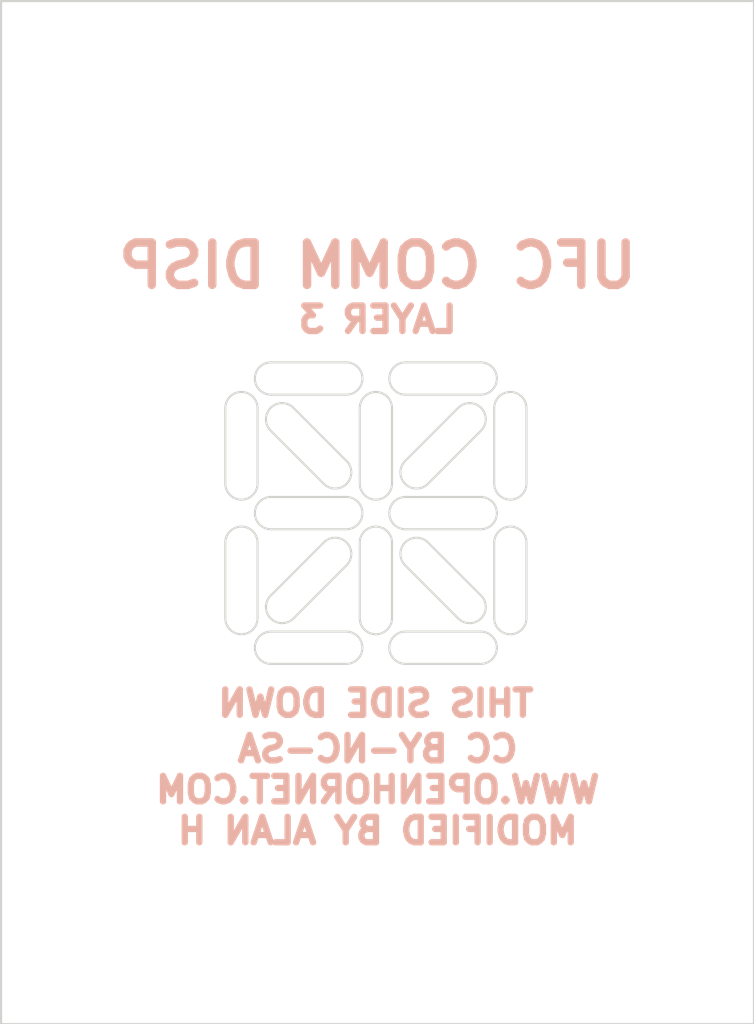
<source format=kicad_pcb>
(kicad_pcb (version 20171130) (host pcbnew "(5.1.9)-1")

  (general
    (thickness 1.6)
    (drawings 72)
    (tracks 0)
    (zones 0)
    (modules 0)
    (nets 1)
  )

  (page A4)
  (layers
    (0 F.Cu signal)
    (31 B.Cu signal)
    (32 B.Adhes user)
    (33 F.Adhes user)
    (34 B.Paste user)
    (35 F.Paste user)
    (36 B.SilkS user)
    (37 F.SilkS user)
    (38 B.Mask user)
    (39 F.Mask user)
    (40 Dwgs.User user)
    (41 Cmts.User user)
    (42 Eco1.User user)
    (43 Eco2.User user)
    (44 Edge.Cuts user)
    (45 Margin user)
    (46 B.CrtYd user)
    (47 F.CrtYd user)
    (48 B.Fab user)
    (49 F.Fab user)
  )

  (setup
    (last_trace_width 0.25)
    (user_trace_width 0.1524)
    (user_trace_width 0.2032)
    (user_trace_width 0.3048)
    (user_trace_width 0.4572)
    (user_trace_width 0.1524)
    (user_trace_width 0.2032)
    (user_trace_width 0.3048)
    (user_trace_width 0.4572)
    (user_trace_width 0.1524)
    (user_trace_width 0.2032)
    (user_trace_width 0.3048)
    (user_trace_width 0.4572)
    (user_trace_width 0.1524)
    (user_trace_width 0.2032)
    (user_trace_width 0.3048)
    (user_trace_width 0.4572)
    (user_trace_width 0.1524)
    (user_trace_width 0.2032)
    (user_trace_width 0.3048)
    (user_trace_width 0.4572)
    (user_trace_width 0.1524)
    (user_trace_width 0.2032)
    (user_trace_width 0.3048)
    (user_trace_width 0.4572)
    (user_trace_width 0.1524)
    (user_trace_width 0.2032)
    (user_trace_width 0.3048)
    (user_trace_width 0.4572)
    (user_trace_width 0.1524)
    (user_trace_width 0.2032)
    (user_trace_width 0.3048)
    (user_trace_width 0.4572)
    (user_trace_width 0.1524)
    (user_trace_width 0.2032)
    (user_trace_width 0.3048)
    (user_trace_width 0.4572)
    (user_trace_width 0.1524)
    (user_trace_width 0.2032)
    (user_trace_width 0.3048)
    (user_trace_width 0.4572)
    (trace_clearance 0.2)
    (zone_clearance 0.508)
    (zone_45_only no)
    (trace_min 0.127)
    (via_size 0.8)
    (via_drill 0.4)
    (via_min_size 0.45)
    (via_min_drill 0.2)
    (user_via 0.45 0.2)
    (user_via 0.45 0.2)
    (user_via 0.45 0.2)
    (user_via 0.45 0.2)
    (user_via 0.45 0.2)
    (user_via 0.45 0.2)
    (user_via 0.45 0.2)
    (user_via 0.45 0.2)
    (user_via 0.45 0.2)
    (user_via 0.45 0.2)
    (uvia_size 0.3)
    (uvia_drill 0.1)
    (uvias_allowed no)
    (uvia_min_size 0.2)
    (uvia_min_drill 0.1)
    (edge_width 0.05)
    (segment_width 0.2)
    (pcb_text_width 0.3)
    (pcb_text_size 1.5 1.5)
    (mod_edge_width 0.12)
    (mod_text_size 1 1)
    (mod_text_width 0.15)
    (pad_size 0.59 0.64)
    (pad_drill 0)
    (pad_to_mask_clearance 0.051)
    (solder_mask_min_width 0.25)
    (aux_axis_origin 151.945 52.19)
    (grid_origin 150.04 47.11)
    (visible_elements 7FFFFFDF)
    (pcbplotparams
      (layerselection 0x010fc_ffffffff)
      (usegerberextensions true)
      (usegerberattributes false)
      (usegerberadvancedattributes false)
      (creategerberjobfile false)
      (excludeedgelayer true)
      (linewidth 0.100000)
      (plotframeref false)
      (viasonmask false)
      (mode 1)
      (useauxorigin true)
      (hpglpennumber 1)
      (hpglpenspeed 20)
      (hpglpendiameter 15.000000)
      (psnegative false)
      (psa4output false)
      (plotreference true)
      (plotvalue true)
      (plotinvisibletext false)
      (padsonsilk false)
      (subtractmaskfromsilk false)
      (outputformat 1)
      (mirror false)
      (drillshape 0)
      (scaleselection 1)
      (outputdirectory "PanelizeGerberCom/"))
  )

  (net 0 "")

  (net_class Default "This is the default net class."
    (clearance 0.2)
    (trace_width 0.25)
    (via_dia 0.8)
    (via_drill 0.4)
    (uvia_dia 0.3)
    (uvia_drill 0.1)
  )

  (gr_arc (start 155.511118 74.986382) (end 155.780526 75.25579) (angle -180) (layer Edge.Cuts) (width 0.05) (tstamp 5FB86558))
  (gr_line (start 155.24171 74.716974) (end 153.984474 75.97421) (layer Edge.Cuts) (width 0.05) (tstamp 5FB8654F))
  (gr_arc (start 154.253882 76.243618) (end 153.984474 75.97421) (angle -180) (layer Edge.Cuts) (width 0.05) (tstamp 5FB8653B))
  (gr_line (start 154.52329 76.513026) (end 155.780526 75.25579) (layer Edge.Cuts) (width 0.05) (tstamp 5FB86559))
  (gr_arc (start 150.12 76.504) (end 149.739 76.504) (angle -180) (layer Edge.Cuts) (width 0.05) (tstamp 5FB86572))
  (gr_arc (start 156.47 74.726) (end 156.851 74.726) (angle -180) (layer Edge.Cuts) (width 0.05) (tstamp 5FB86571))
  (gr_line (start 156.851 76.504) (end 156.851 74.726) (layer Edge.Cuts) (width 0.05) (tstamp 5FB86570))
  (gr_arc (start 153.295 74.726) (end 153.676 74.726) (angle -180) (layer Edge.Cuts) (width 0.05) (tstamp 5FB8656F))
  (gr_line (start 150.501 76.504) (end 150.501 74.726) (layer Edge.Cuts) (width 0.05) (tstamp 5FB8656E))
  (gr_arc (start 156.47 76.504) (end 156.089 76.504) (angle -180) (layer Edge.Cuts) (width 0.05) (tstamp 5FB8656D))
  (gr_arc (start 153.295 76.504) (end 152.914 76.504) (angle -180) (layer Edge.Cuts) (width 0.05) (tstamp 5FB8656C))
  (gr_line (start 156.089 74.726) (end 156.089 76.504) (layer Edge.Cuts) (width 0.05) (tstamp 5FB8656B))
  (gr_line (start 152.914 74.726) (end 152.914 76.504) (layer Edge.Cuts) (width 0.05) (tstamp 5FB8656A))
  (gr_line (start 156.851 79.679) (end 156.851 77.901) (layer Edge.Cuts) (width 0.05) (tstamp 5FB86569))
  (gr_line (start 153.676 76.504) (end 153.676 74.726) (layer Edge.Cuts) (width 0.05) (tstamp 5FB86568))
  (gr_arc (start 150.12 74.726) (end 150.501 74.726) (angle -180) (layer Edge.Cuts) (width 0.05) (tstamp 5FB86567))
  (gr_line (start 149.739 74.726) (end 149.739 76.504) (layer Edge.Cuts) (width 0.05) (tstamp 5FB86566))
  (gr_line (start 150.8185 77.5835) (end 152.5965 77.5835) (layer Edge.Cuts) (width 0.05) (tstamp 5FB86565))
  (gr_arc (start 152.5965 80.3775) (end 152.5965 80.7585) (angle -180) (layer Edge.Cuts) (width 0.05) (tstamp 5FB86564))
  (gr_arc (start 156.47 77.901) (end 156.851 77.901) (angle -180) (layer Edge.Cuts) (width 0.05) (tstamp 5FB86563))
  (gr_line (start 156.089 77.901) (end 156.089 79.679) (layer Edge.Cuts) (width 0.05) (tstamp 5FB86562))
  (gr_arc (start 156.47 79.679) (end 156.089 79.679) (angle -180) (layer Edge.Cuts) (width 0.05) (tstamp 5FB86561))
  (gr_arc (start 154.253882 78.161382) (end 154.52329 77.891974) (angle -180) (layer Edge.Cuts) (width 0.05) (tstamp 5FB86560))
  (gr_line (start 153.984474 78.43079) (end 155.24171 79.688026) (layer Edge.Cuts) (width 0.05) (tstamp 5FB8655F))
  (gr_arc (start 155.511118 79.418618) (end 155.24171 79.688026) (angle -180) (layer Edge.Cuts) (width 0.05) (tstamp 5FB8655E))
  (gr_arc (start 152.5965 74.0275) (end 152.5965 74.4085) (angle -180) (layer Edge.Cuts) (width 0.05) (tstamp 5FB8655D))
  (gr_arc (start 151.078882 79.418618) (end 150.809474 79.14921) (angle -180) (layer Edge.Cuts) (width 0.05) (tstamp 5FB8655C))
  (gr_arc (start 152.336118 78.161382) (end 152.605526 78.43079) (angle -180) (layer Edge.Cuts) (width 0.05) (tstamp 5FB8655B))
  (gr_arc (start 155.7715 74.0275) (end 155.7715 74.4085) (angle -180) (layer Edge.Cuts) (width 0.05) (tstamp 5FB8655A))
  (gr_arc (start 150.8185 77.2025) (end 150.8185 76.8215) (angle -180) (layer Edge.Cuts) (width 0.05) (tstamp 5FB86557))
  (gr_line (start 153.676 79.679) (end 153.676 77.901) (layer Edge.Cuts) (width 0.05) (tstamp 5FB86556))
  (gr_arc (start 153.295 77.901) (end 153.676 77.901) (angle -180) (layer Edge.Cuts) (width 0.05) (tstamp 5FB86555))
  (gr_line (start 152.5965 76.8215) (end 150.8185 76.8215) (layer Edge.Cuts) (width 0.05) (tstamp 5FB86554))
  (gr_arc (start 152.5965 77.2025) (end 152.5965 77.5835) (angle -180) (layer Edge.Cuts) (width 0.05) (tstamp 5FB86553))
  (gr_arc (start 153.9935 80.3775) (end 153.9935 79.9965) (angle -180) (layer Edge.Cuts) (width 0.05) (tstamp 5FB86552))
  (gr_line (start 155.7715 73.6465) (end 153.9935 73.6465) (layer Edge.Cuts) (width 0.05) (tstamp 5FB86551))
  (gr_arc (start 150.8185 80.3775) (end 150.8185 79.9965) (angle -180) (layer Edge.Cuts) (width 0.05) (tstamp 5FB86550))
  (gr_line (start 152.914 77.901) (end 152.914 79.679) (layer Edge.Cuts) (width 0.05) (tstamp 5FB8654E))
  (gr_arc (start 150.8185 74.0275) (end 150.8185 73.6465) (angle -180) (layer Edge.Cuts) (width 0.05) (tstamp 5FB8654D))
  (gr_arc (start 153.295 79.679) (end 152.914 79.679) (angle -180) (layer Edge.Cuts) (width 0.05) (tstamp 5FB8654C))
  (gr_line (start 150.501 79.679) (end 150.501 77.901) (layer Edge.Cuts) (width 0.05) (tstamp 5FB8654B))
  (gr_arc (start 150.12 77.901) (end 150.501 77.901) (angle -180) (layer Edge.Cuts) (width 0.05) (tstamp 5FB8654A))
  (gr_line (start 149.739 77.901) (end 149.739 79.679) (layer Edge.Cuts) (width 0.05) (tstamp 5FB86549))
  (gr_arc (start 150.12 79.679) (end 149.739 79.679) (angle -180) (layer Edge.Cuts) (width 0.05) (tstamp 5FB86548))
  (gr_line (start 152.605526 75.97421) (end 151.34829 74.716974) (layer Edge.Cuts) (width 0.05) (tstamp 5FB86547))
  (gr_arc (start 151.078882 74.986382) (end 151.34829 74.716974) (angle -180) (layer Edge.Cuts) (width 0.05) (tstamp 5FB86546))
  (gr_line (start 152.06671 77.891974) (end 150.809474 79.14921) (layer Edge.Cuts) (width 0.05) (tstamp 5FB86545))
  (gr_line (start 150.809474 75.25579) (end 152.06671 76.513026) (layer Edge.Cuts) (width 0.05) (tstamp 5FB86544))
  (gr_arc (start 152.336118 76.243618) (end 152.06671 76.513026) (angle -180) (layer Edge.Cuts) (width 0.05) (tstamp 5FB86543))
  (gr_arc (start 155.7715 80.3775) (end 155.7715 80.7585) (angle -180) (layer Edge.Cuts) (width 0.05) (tstamp 5FB86542))
  (gr_arc (start 153.9935 74.0275) (end 153.9935 73.6465) (angle -180) (layer Edge.Cuts) (width 0.05) (tstamp 5FB86541))
  (gr_line (start 150.8185 80.7585) (end 152.5965 80.7585) (layer Edge.Cuts) (width 0.05) (tstamp 5FB86540))
  (gr_line (start 152.5965 79.9965) (end 150.8185 79.9965) (layer Edge.Cuts) (width 0.05) (tstamp 5FB8653F))
  (gr_line (start 155.7715 76.8215) (end 153.9935 76.8215) (layer Edge.Cuts) (width 0.05) (tstamp 5FB8653E))
  (gr_line (start 155.780526 79.14921) (end 154.52329 77.891974) (layer Edge.Cuts) (width 0.05) (tstamp 5FB8653D))
  (gr_line (start 153.9935 74.4085) (end 155.7715 74.4085) (layer Edge.Cuts) (width 0.05) (tstamp 5FB8653C))
  (gr_line (start 151.34829 79.688026) (end 152.605526 78.43079) (layer Edge.Cuts) (width 0.05) (tstamp 5FB8653A))
  (gr_line (start 155.7715 79.9965) (end 153.9935 79.9965) (layer Edge.Cuts) (width 0.05) (tstamp 5FB86539))
  (gr_line (start 153.9935 80.7585) (end 155.7715 80.7585) (layer Edge.Cuts) (width 0.05) (tstamp 5FB86538))
  (gr_arc (start 153.9935 77.2025) (end 153.9935 76.8215) (angle -180) (layer Edge.Cuts) (width 0.05) (tstamp 5FB86537))
  (gr_line (start 153.9935 77.5835) (end 155.7715 77.5835) (layer Edge.Cuts) (width 0.05) (tstamp 5FB86536))
  (gr_arc (start 155.7715 77.2025) (end 155.7715 77.5835) (angle -180) (layer Edge.Cuts) (width 0.05) (tstamp 5FB86535))
  (gr_line (start 150.8185 74.4085) (end 152.5965 74.4085) (layer Edge.Cuts) (width 0.05) (tstamp 5FB86534))
  (gr_line (start 152.5965 73.6465) (end 150.8185 73.6465) (layer Edge.Cuts) (width 0.05) (tstamp 5FB86533))
  (gr_text "LAYER 3" (at 153.336 72.637) (layer B.SilkS) (tstamp 5FB86368)
    (effects (font (size 0.6 0.6) (thickness 0.15)) (justify mirror))
  )
  (gr_text "UFC COMM DISP\n" (at 153.336 71.367) (layer B.SilkS) (tstamp 5FB86365)
    (effects (font (size 1 1) (thickness 0.2)) (justify mirror))
  )
  (gr_text "CC BY-NC-SA\nWWW.OPENHORNET.COM\nMODIFIED BY ALAN H" (at 153.34 83.73) (layer B.SilkS)
    (effects (font (size 0.6 0.6) (thickness 0.15)) (justify mirror))
  )
  (gr_text "THIS SIDE DOWN" (at 153.295 81.69) (layer B.SilkS) (tstamp 5FB86369)
    (effects (font (size 0.6 0.6) (thickness 0.15)) (justify mirror))
  )
  (gr_line (start 162.224 89.255) (end 162.224 65.125) (layer Edge.Cuts) (width 0.05) (tstamp 609C4896))
  (gr_line (start 144.444 65.125) (end 144.444 89.255) (layer Edge.Cuts) (width 0.05) (tstamp 609C4895))
  (gr_line (start 162.224 89.255) (end 144.444 89.255) (layer Edge.Cuts) (width 0.05))
  (gr_line (start 144.444 65.125) (end 162.224 65.125) (layer Edge.Cuts) (width 0.05))

)

</source>
